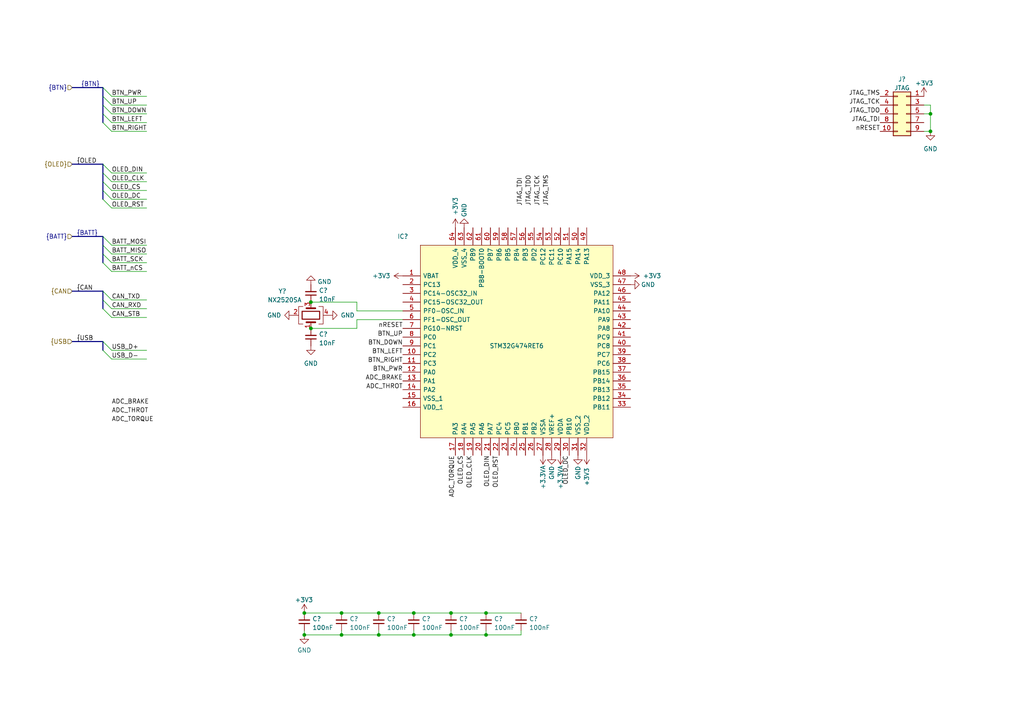
<source format=kicad_sch>
(kicad_sch (version 20211123) (generator eeschema)
  (paper "A4")
  (title_block (date "2022-05-26") (rev "v0.1") (company "Coilchain"))
  (lib_symbols
    (symbol "Connector_Generic:Conn_02x05_Odd_Even" (pin_names (offset 1.016) hide)
      (property "Reference" "J" (at 1.27 7.62 0))
      (property "Value" "Conn_02x05_Odd_Even" (at 1.27 -7.62 0))
      (symbol "Conn_02x05_Odd_Even_1_1"
        (rectangle (start -1.27 -4.953) (end 0 -5.207) (stroke (width 0.1524)))
        (rectangle (start -1.27 -2.413) (end 0 -2.667) (stroke (width 0.1524)))
        (rectangle (start -1.27 0.127) (end 0 -0.127) (stroke (width 0.1524)))
        (rectangle (start -1.27 2.667) (end 0 2.413) (stroke (width 0.1524)))
        (rectangle (start -1.27 5.207) (end 0 4.953) (stroke (width 0.1524)))
        (rectangle (start -1.27 6.35) (end 3.81 -6.35) (stroke (width 0.254)) (fill (type background)))
        (rectangle (start 3.81 -4.953) (end 2.54 -5.207) (stroke (width 0.1524)))
        (rectangle (start 3.81 -2.413) (end 2.54 -2.667) (stroke (width 0.1524)))
        (rectangle (start 3.81 0.127) (end 2.54 -0.127) (stroke (width 0.1524)))
        (rectangle (start 3.81 2.667) (end 2.54 2.413) (stroke (width 0.1524)))
        (rectangle (start 3.81 5.207) (end 2.54 4.953) (stroke (width 0.1524)))
        (pin passive line (at -5.08 5.08 0) (length 3.81) (name "Pin_1") (number "1"))
        (pin passive line (at 7.62 -5.08 180) (length 3.81) (name "Pin_10") (number "10"))
        (pin passive line (at 7.62 5.08 180) (length 3.81) (name "Pin_2") (number "2"))
        (pin passive line (at -5.08 2.54 0) (length 3.81) (name "Pin_3") (number "3"))
        (pin passive line (at 7.62 2.54 180) (length 3.81) (name "Pin_4") (number "4"))
        (pin passive line (at -5.08 0 0) (length 3.81) (name "Pin_5") (number "5"))
        (pin passive line (at 7.62 0 180) (length 3.81) (name "Pin_6") (number "6"))
        (pin passive line (at -5.08 -2.54 0) (length 3.81) (name "Pin_7") (number "7"))
        (pin passive line (at 7.62 -2.54 180) (length 3.81) (name "Pin_8") (number "8"))
        (pin passive line (at -5.08 -5.08 0) (length 3.81) (name "Pin_9") (number "9"))
      )
    )
    (symbol "Device:C_Small" (pin_numbers hide) (pin_names (offset 0.254) hide)
      (property "Reference" "C" (at 0.254 1.778 0))
      (property "Value" "C_Small" (at 0.254 -2.032 0))
      (symbol "C_Small_0_1"
        (polyline (pts (xy -1.524 -0.508) (xy 1.524 -0.508)) (stroke (width 0.3302)))
        (polyline (pts (xy -1.524 0.508) (xy 1.524 0.508)) (stroke (width 0.3048)))
      )
      (symbol "C_Small_1_1"
        (pin passive line (at 0 2.54 270) (length 2.032) (name "~") (number "1"))
        (pin passive line (at 0 -2.54 90) (length 2.032) (name "~") (number "2"))
      )
    )
    (symbol "Device:Crystal_GND24" (pin_names (offset 1.016) hide)
      (property "Reference" "Y" (at 3.175 5.08 0))
      (property "Value" "Crystal_GND24" (at 3.175 3.175 0))
      (symbol "Crystal_GND24_0_1"
        (rectangle (start -1.143 2.54) (end 1.143 -2.54) (stroke (width 0.3048)))
        (polyline (pts (xy -2.54 0) (xy -2.032 0)))
        (polyline (pts (xy -2.032 -1.27) (xy -2.032 1.27)) (stroke (width 0.508)))
        (polyline (pts (xy 0 -3.81) (xy 0 -3.556)))
        (polyline (pts (xy 0 3.556) (xy 0 3.81)))
        (polyline (pts (xy 2.032 -1.27) (xy 2.032 1.27)) (stroke (width 0.508)))
        (polyline (pts (xy 2.032 0) (xy 2.54 0)))
        (polyline (pts (xy -2.54 -2.286) (xy -2.54 -3.556) (xy 2.54 -3.556) (xy 2.54 -2.286)))
        (polyline (pts (xy -2.54 2.286) (xy -2.54 3.556) (xy 2.54 3.556) (xy 2.54 2.286)))
      )
      (symbol "Crystal_GND24_1_1"
        (pin passive line (at -3.81 0 0) (length 1.27) (name "1") (number "1"))
        (pin passive line (at 0 5.08 270) (length 1.27) (name "2") (number "2"))
        (pin passive line (at 3.81 0 180) (length 1.27) (name "3") (number "3"))
        (pin passive line (at 0 -5.08 90) (length 1.27) (name "4") (number "4"))
      )
    )
    (symbol "coilchain-mcu:STM32G474RET6" (pin_names (offset 0.762))
      (property "Reference" "IC?" (at -2.54 2.54 0))
      (property "Value" "STM32G474RET6" (at 26.67 -27.94 0))
      (symbol "STM32G474RET6_0_0"
        (pin passive line (at -5.08 -8.89 0) (length 5.08) (name "VBAT") (number "1"))
        (pin passive line (at -5.08 -31.75 0) (length 5.08) (name "PC2") (number "10"))
        (pin passive line (at -5.08 -34.29 0) (length 5.08) (name "PC3") (number "11"))
        (pin passive line (at -5.08 -36.83 0) (length 5.08) (name "PA0") (number "12"))
        (pin passive line (at -5.08 -39.37 0) (length 5.08) (name "PA1") (number "13"))
        (pin passive line (at -5.08 -41.91 0) (length 5.08) (name "PA2") (number "14"))
        (pin passive line (at -5.08 -44.45 0) (length 5.08) (name "VSS_1") (number "15"))
        (pin passive line (at -5.08 -46.99 0) (length 5.08) (name "VDD_1") (number "16"))
        (pin passive line (at 10.16 -60.96 90) (length 5.08) (name "PA3") (number "17"))
        (pin passive line (at 12.7 -60.96 90) (length 5.08) (name "PA4") (number "18"))
        (pin passive line (at 15.24 -60.96 90) (length 5.08) (name "PA5") (number "19"))
        (pin passive line (at -5.08 -11.43 0) (length 5.08) (name "PC13") (number "2"))
        (pin passive line (at 17.78 -60.96 90) (length 5.08) (name "PA6") (number "20"))
        (pin passive line (at 20.32 -60.96 90) (length 5.08) (name "PA7") (number "21"))
        (pin passive line (at 22.86 -60.96 90) (length 5.08) (name "PC4") (number "22"))
        (pin passive line (at 25.4 -60.96 90) (length 5.08) (name "PC5") (number "23"))
        (pin passive line (at 27.94 -60.96 90) (length 5.08) (name "PB0") (number "24"))
        (pin passive line (at 30.48 -60.96 90) (length 5.08) (name "PB1") (number "25"))
        (pin passive line (at 33.02 -60.96 90) (length 5.08) (name "PB2") (number "26"))
        (pin passive line (at 35.56 -60.96 90) (length 5.08) (name "VSSA") (number "27"))
        (pin passive line (at 38.1 -60.96 90) (length 5.08) (name "VREF+") (number "28"))
        (pin passive line (at 40.64 -60.96 90) (length 5.08) (name "VDDA") (number "29"))
        (pin passive line (at -5.08 -13.97 0) (length 5.08) (name "PC14-OSC32_IN") (number "3"))
        (pin passive line (at 43.18 -60.96 90) (length 5.08) (name "PB10") (number "30"))
        (pin passive line (at 45.72 -60.96 90) (length 5.08) (name "VSS_2") (number "31"))
        (pin passive line (at 48.26 -60.96 90) (length 5.08) (name "VDD_2") (number "32"))
        (pin passive line (at 60.96 -46.99 180) (length 5.08) (name "PB11") (number "33"))
        (pin passive line (at 60.96 -44.45 180) (length 5.08) (name "PB12") (number "34"))
        (pin passive line (at 60.96 -41.91 180) (length 5.08) (name "PB13") (number "35"))
        (pin passive line (at 60.96 -39.37 180) (length 5.08) (name "PB14") (number "36"))
        (pin passive line (at 60.96 -36.83 180) (length 5.08) (name "PB15") (number "37"))
        (pin passive line (at 60.96 -34.29 180) (length 5.08) (name "PC6") (number "38"))
        (pin passive line (at 60.96 -31.75 180) (length 5.08) (name "PC7") (number "39"))
        (pin passive line (at -5.08 -16.51 0) (length 5.08) (name "PC15-OSC32_OUT") (number "4"))
        (pin passive line (at 60.96 -29.21 180) (length 5.08) (name "PC8") (number "40"))
        (pin passive line (at 60.96 -26.67 180) (length 5.08) (name "PC9") (number "41"))
        (pin passive line (at 60.96 -24.13 180) (length 5.08) (name "PA8") (number "42"))
        (pin passive line (at 60.96 -21.59 180) (length 5.08) (name "PA9") (number "43"))
        (pin passive line (at 60.96 -19.05 180) (length 5.08) (name "PA10") (number "44"))
        (pin passive line (at 60.96 -16.51 180) (length 5.08) (name "PA11") (number "45"))
        (pin passive line (at 60.96 -13.97 180) (length 5.08) (name "PA12") (number "46"))
        (pin passive line (at 60.96 -11.43 180) (length 5.08) (name "VSS_3") (number "47"))
        (pin passive line (at 60.96 -8.89 180) (length 5.08) (name "VDD_3") (number "48"))
        (pin passive line (at 48.26 5.08 270) (length 5.08) (name "PA13") (number "49"))
        (pin passive line (at -5.08 -19.05 0) (length 5.08) (name "PF0-OSC_IN") (number "5"))
        (pin passive line (at 45.72 5.08 270) (length 5.08) (name "PA14") (number "50"))
        (pin passive line (at 43.18 5.08 270) (length 5.08) (name "PA15") (number "51"))
        (pin passive line (at 40.64 5.08 270) (length 5.08) (name "PC10") (number "52"))
        (pin passive line (at 38.1 5.08 270) (length 5.08) (name "PC11") (number "53"))
        (pin passive line (at 35.56 5.08 270) (length 5.08) (name "PC12") (number "54"))
        (pin passive line (at 33.02 5.08 270) (length 5.08) (name "PD2") (number "55"))
        (pin passive line (at 30.48 5.08 270) (length 5.08) (name "PB3") (number "56"))
        (pin passive line (at 27.94 5.08 270) (length 5.08) (name "PB4") (number "57"))
        (pin passive line (at 25.4 5.08 270) (length 5.08) (name "PB5") (number "58"))
        (pin passive line (at 22.86 5.08 270) (length 5.08) (name "PB6") (number "59"))
        (pin passive line (at -5.08 -21.59 0) (length 5.08) (name "PF1-OSC_OUT") (number "6"))
        (pin passive line (at 20.32 5.08 270) (length 5.08) (name "PB7") (number "60"))
        (pin passive line (at 17.78 5.08 270) (length 5.08) (name "PB8-BOOT0") (number "61"))
        (pin passive line (at 15.24 5.08 270) (length 5.08) (name "PB9") (number "62"))
        (pin passive line (at 12.7 5.08 270) (length 5.08) (name "VSS_4") (number "63"))
        (pin passive line (at 10.16 5.08 270) (length 5.08) (name "VDD_4") (number "64"))
        (pin passive line (at -5.08 -24.13 0) (length 5.08) (name "PG10-NRST") (number "7"))
        (pin passive line (at -5.08 -26.67 0) (length 5.08) (name "PC0") (number "8"))
        (pin passive line (at -5.08 -29.21 0) (length 5.08) (name "PC1") (number "9"))
      )
      (symbol "STM32G474RET6_0_1"
        (polyline (pts (xy 0 0) (xy 55.88 0) (xy 55.88 -55.88) (xy 0 -55.88) (xy 0 0)) (stroke (width 0.1524)) (fill (type background)))
      )
    )
    (symbol "power:+3.3V" (power) (pin_names (offset 0))
      (property "Value" "+3.3V" (at 0 3.556 0))
      (symbol "+3.3V_0_1"
        (polyline (pts (xy -0.762 1.27) (xy 0 2.54)))
        (polyline (pts (xy 0 0) (xy 0 2.54)))
        (polyline (pts (xy 0 2.54) (xy 0.762 1.27)))
      )
      (symbol "+3.3V_1_1"
        (pin power_in line (at 0 0 90) (length 0) hide (name "+3V3") (number "1"))
      )
    )
    (symbol "power:+3.3VA" (power) (pin_names (offset 0))
      (property "Value" "+3.3VA" (at 0 3.556 0))
      (symbol "+3.3VA_0_1"
        (polyline (pts (xy -0.762 1.27) (xy 0 2.54)))
        (polyline (pts (xy 0 0) (xy 0 2.54)))
        (polyline (pts (xy 0 2.54) (xy 0.762 1.27)))
      )
      (symbol "+3.3VA_1_1"
        (pin power_in line (at 0 0 90) (length 0) hide (name "+3.3VA") (number "1"))
      )
    )
    (symbol "power:GND" (power) (pin_names (offset 0))
      (property "Value" "GND" (at 0 -3.81 0))
      (symbol "GND_0_1"
        (polyline (pts (xy 0 0) (xy 0 -1.27) (xy 1.27 -1.27) (xy 0 -2.54) (xy -1.27 -1.27) (xy 0 -1.27)))
      )
      (symbol "GND_1_1"
        (pin power_in line (at 0 0 270) (length 0) hide (name "GND") (number "1"))
      )
    )
  )
  (bus_alias "OLED" (members "OLED_DIN" "OLED_CLK" "OLED_CS" "OLED_DC" "OLED_RST"))
  (junction (at 90.17 95.25))
  (junction (at 88.265 177.8))
  (junction (at 109.855 177.8))
  (junction (at 269.875 33.02))
  (junction (at 120.015 177.8))
  (junction (at 109.855 184.15))
  (junction (at 120.015 184.15))
  (junction (at 130.81 177.8))
  (junction (at 99.06 177.8))
  (junction (at 130.81 184.15))
  (junction (at 140.97 184.15))
  (junction (at 90.17 87.63))
  (junction (at 99.06 184.15))
  (junction (at 269.875 38.1))
  (junction (at 88.265 184.15))
  (junction (at 140.97 177.8))
  (bus_entry (at 29.845 68.58) (size 2.54 2.54))
  (bus_entry (at 29.845 101.6) (size 2.54 2.54))
  (bus_entry (at 29.845 25.4) (size 2.54 2.54))
  (bus_entry (at 29.845 50.165) (size 2.54 2.54))
  (bus_entry (at 29.845 99.06) (size 2.54 2.54))
  (bus_entry (at 29.845 86.995) (size 2.54 2.54))
  (bus_entry (at 29.845 76.2) (size 2.54 2.54))
  (bus_entry (at 29.845 27.94) (size 2.54 2.54))
  (bus_entry (at 29.845 84.455) (size 2.54 2.54))
  (bus_entry (at 29.845 30.48) (size 2.54 2.54))
  (bus_entry (at 29.845 55.245) (size 2.54 2.54))
  (bus_entry (at 29.845 71.12) (size 2.54 2.54))
  (bus_entry (at 29.845 73.66) (size 2.54 2.54))
  (bus_entry (at 29.845 52.705) (size 2.54 2.54))
  (bus_entry (at 29.845 35.56) (size 2.54 2.54))
  (bus_entry (at 29.845 57.785) (size 2.54 2.54))
  (bus_entry (at 29.845 89.535) (size 2.54 2.54))
  (bus_entry (at 29.845 33.02) (size 2.54 2.54))
  (bus_entry (at 29.845 47.625) (size 2.54 2.54))
  (wire (pts (xy 99.06 177.8) (xy 109.855 177.8)))
  (bus (pts (xy 29.845 52.705) (xy 29.845 55.245)))
  (wire (pts (xy 140.97 184.15) (xy 151.13 184.15)))
  (wire (pts (xy 130.81 184.15) (xy 140.97 184.15)))
  (bus (pts (xy 29.845 73.66) (xy 29.845 76.2)))
  (bus (pts (xy 29.845 71.12) (xy 29.845 73.66)))
  (wire (pts (xy 130.81 182.88) (xy 130.81 184.15)))
  (bus (pts (xy 20.955 47.625) (xy 29.845 47.625)))
  (wire (pts (xy 32.385 104.14) (xy 42.545 104.14)))
  (wire (pts (xy 32.385 35.56) (xy 42.545 35.56)))
  (bus (pts (xy 29.845 68.58) (xy 29.845 71.12)))
  (wire (pts (xy 99.06 182.88) (xy 99.06 184.15)))
  (bus (pts (xy 20.955 68.58) (xy 29.845 68.58)))
  (wire (pts (xy 103.505 95.25) (xy 90.17 95.25)))
  (wire (pts (xy 99.06 184.15) (xy 109.855 184.15)))
  (wire (pts (xy 103.505 87.63) (xy 90.17 87.63)))
  (bus (pts (xy 29.845 55.245) (xy 29.845 57.785)))
  (bus (pts (xy 29.845 99.06) (xy 29.845 101.6)))
  (wire (pts (xy 267.97 33.02) (xy 269.875 33.02)))
  (wire (pts (xy 32.385 38.1) (xy 42.545 38.1)))
  (bus (pts (xy 29.845 33.02) (xy 29.845 35.56)))
  (wire (pts (xy 269.875 30.48) (xy 269.875 33.02)))
  (wire (pts (xy 32.385 71.12) (xy 42.545 71.12)))
  (wire (pts (xy 32.385 55.245) (xy 42.545 55.245)))
  (wire (pts (xy 88.265 177.8) (xy 99.06 177.8)))
  (wire (pts (xy 32.385 73.66) (xy 42.545 73.66)))
  (bus (pts (xy 29.845 84.455) (xy 29.845 86.995)))
  (wire (pts (xy 267.97 30.48) (xy 269.875 30.48)))
  (wire (pts (xy 88.265 182.88) (xy 88.265 184.15)))
  (wire (pts (xy 269.875 38.1) (xy 267.97 38.1)))
  (wire (pts (xy 140.97 182.88) (xy 140.97 184.15)))
  (wire (pts (xy 32.385 57.785) (xy 42.545 57.785)))
  (wire (pts (xy 32.385 92.075) (xy 42.545 92.075)))
  (wire (pts (xy 109.855 184.15) (xy 120.015 184.15)))
  (wire (pts (xy 32.385 27.94) (xy 42.545 27.94)))
  (wire (pts (xy 120.015 177.8) (xy 130.81 177.8)))
  (bus (pts (xy 20.955 84.455) (xy 29.845 84.455)))
  (bus (pts (xy 20.955 99.06) (xy 29.845 99.06)))
  (wire (pts (xy 120.015 182.88) (xy 120.015 184.15)))
  (bus (pts (xy 29.845 30.48) (xy 29.845 33.02)))
  (wire (pts (xy 109.855 177.8) (xy 120.015 177.8)))
  (wire (pts (xy 116.84 92.71) (xy 103.505 92.71)))
  (wire (pts (xy 103.505 92.71) (xy 103.505 95.25)))
  (wire (pts (xy 140.97 177.8) (xy 151.13 177.8)))
  (wire (pts (xy 32.385 76.2) (xy 42.545 76.2)))
  (wire (pts (xy 32.385 33.02) (xy 42.545 33.02)))
  (wire (pts (xy 103.505 90.17) (xy 103.505 87.63)))
  (bus (pts (xy 29.845 47.625) (xy 29.845 50.165)))
  (bus (pts (xy 29.845 50.165) (xy 29.845 52.705)))
  (wire (pts (xy 32.385 101.6) (xy 42.545 101.6)))
  (wire (pts (xy 32.385 50.165) (xy 42.545 50.165)))
  (wire (pts (xy 32.385 78.74) (xy 42.545 78.74)))
  (bus (pts (xy 29.845 27.94) (xy 29.845 30.48)))
  (wire (pts (xy 120.015 184.15) (xy 130.81 184.15)))
  (bus (pts (xy 20.955 25.4) (xy 29.845 25.4)))
  (wire (pts (xy 109.855 182.88) (xy 109.855 184.15)))
  (wire (pts (xy 269.875 33.02) (xy 269.875 38.1)))
  (wire (pts (xy 32.385 30.48) (xy 42.545 30.48)))
  (wire (pts (xy 151.13 184.15) (xy 151.13 182.88)))
  (wire (pts (xy 88.265 184.15) (xy 99.06 184.15)))
  (bus (pts (xy 29.845 86.995) (xy 29.845 89.535)))
  (wire (pts (xy 32.385 89.535) (xy 42.545 89.535)))
  (wire (pts (xy 116.84 90.17) (xy 103.505 90.17)))
  (wire (pts (xy 130.81 177.8) (xy 140.97 177.8)))
  (wire (pts (xy 32.385 60.325) (xy 42.545 60.325)))
  (bus (pts (xy 29.845 25.4) (xy 29.845 27.94)))
  (wire (pts (xy 32.385 86.995) (xy 42.545 86.995)))
  (wire (pts (xy 32.385 52.705) (xy 42.545 52.705)))
  (label "CAN_STB" (at 32.385 92.075 0))
  (label "JTAG_TMS" (at 255.27 27.94 180))
  (label "nRESET" (at 116.84 95.25 180))
  (label "BATT_MOSI" (at 32.385 71.12 0))
  (label "ADC_BRAKE" (at 116.84 110.49 180))
  (label "OLED_RST" (at 144.78 132.08 270))
  (label "BTN_DOWN" (at 32.385 33.02 0))
  (label "BTN_RIGHT" (at 32.385 38.1 0))
  (label "ADC_BRAKE" (at 32.385 117.475 0))
  (label "JTAG_TDI" (at 151.765 59.69 90))
  (label "ADC_TORQUE" (at 32.385 122.555 0))
  (label "OLED_DC" (at 165.1 132.08 270))
  (label "{BATT}" (at 22.225 68.58 0))
  (label "JTAG_TDI" (at 255.27 35.56 180))
  (label "BTN_LEFT" (at 32.385 35.56 0))
  (label "JTAG_TCK" (at 255.27 30.48 180))
  (label "BTN_UP" (at 116.84 97.79 180))
  (label "CAN_TXD" (at 32.385 86.995 0))
  (label "CAN_RXD" (at 32.385 89.535 0))
  (label "BTN_PWR" (at 116.84 107.95 180))
  (label "{CAN" (at 22.225 84.455 0))
  (label "{OLED" (at 22.225 47.625 0))
  (label "BTN_UP" (at 32.385 30.48 0))
  (label "JTAG_TDO" (at 255.27 33.02 180))
  (label "BTN_DOWN" (at 116.84 100.33 180))
  (label "BTN_LEFT" (at 116.84 102.87 180))
  (label "OLED_DIN" (at 32.385 50.165 0))
  (label "BATT_MISO" (at 32.385 73.66 0))
  (label "BTN_PWR" (at 32.385 27.94 0))
  (label "JTAG_TDO" (at 154.305 59.69 90))
  (label "OLED_CS" (at 134.62 132.08 270))
  (label "OLED_CLK" (at 137.16 132.08 270))
  (label "{BTN}" (at 23.495 25.4 0))
  (label "JTAG_TCK" (at 156.845 59.69 90))
  (label "JTAG_TMS" (at 159.385 59.69 90))
  (label "BATT_SCK" (at 32.385 76.2 0))
  (label "BTN_RIGHT" (at 116.84 105.41 180))
  (label "OLED_RST" (at 32.385 60.325 0))
  (label "ADC_TORQUE" (at 132.08 132.08 270))
  (label "OLED_DC" (at 32.385 57.785 0))
  (label "ADC_THROT" (at 32.385 120.015 0))
  (label "nRESET" (at 255.27 38.1 180))
  (label "OLED_CS" (at 32.385 55.245 0))
  (label "{USB" (at 22.225 99.06 0))
  (label "ADC_THROT" (at 116.84 113.03 180))
  (label "USB_D-" (at 32.385 104.14 0))
  (label "USB_D+" (at 32.385 101.6 0))
  (label "OLED_DIN" (at 142.24 132.08 270))
  (label "BATT_nCS" (at 32.385 78.74 0))
  (label "OLED_CLK" (at 32.385 52.705 0))
  (hierarchical_label "{BATT}" (shape input) (at 20.955 68.58 180))
  (hierarchical_label "{BTN}" (shape input) (at 20.955 25.4 180))
  (hierarchical_label "{CAN" (shape input) (at 20.955 84.455 180))
  (hierarchical_label "{OLED}" (shape input) (at 20.955 47.625 180))
  (hierarchical_label "{USB" (shape input) (at 20.955 99.06 180))
  (symbol (lib_id "power:GND") (at 85.09 91.44 270) (unit 1)
    (property "Reference" "#PWR?" (effects hide))
    (property "Value" "GND" (at 77.47 91.44 90) (effects (justify left)))
  )
  (symbol (lib_id "power:+3.3VA") (at 162.56 132.08 180) (unit 1)
    (property "Reference" "#PWR?" (effects hide))
    (property "Value" "+3.3VA" (at 162.56 138.43 90))
  )
  (symbol (lib_id "coilchain-mcu:STM32G474RET6") (at 121.92 71.12 0) (unit 1)
    (property "Reference" "IC?" (at 116.84 68.58 0))
    (property "Value" "STM32G474RET6" (at 149.86 100.33 0))
    (property "Footprint" "QFP50P1200X1200X160-64N" (effects hide))
    (property "Datasheet" "https://www.st.com/resource/en/datasheet/stm32g474re.pdf" (effects hide))
    (property "Description" "ARM Microcontrollers - MCU" (effects hide))
    (property "Manufacturer_Name" "STMicroelectronics" (effects hide))
    (property "Manufacturer_Part_Number" "STM32G474RET6" (effects hide))
    (property "Mouser Part Number" "511-STM32G474RET6" (effects hide))
    (property "Mouser Price/Stock" "https://www.mouser.co.uk/ProductDetail/STMicroelectronics/STM32G474RET6?qs=PzGy0jfpSMvUBs7PMTDqlg%3D%3D" (effects hide))
    (property "Arrow Part Number" "STM32G474RET6" (effects hide))
    (property "Arrow Price/Stock" "https://www.arrow.com/en/products/stm32g474ret6/stmicroelectronics" (effects hide))
  )
  (symbol (lib_id "power:+3.3V") (at 170.18 132.08 180) (unit 1)
    (property "Reference" "#PWR?" (effects hide))
    (property "Value" "+3.3V" (at 170.18 140.97 90) (effects (justify right)))
  )
  (symbol (lib_id "power:+3.3V") (at 116.84 80.01 90) (unit 1)
    (property "Reference" "#PWR?" (effects hide))
    (property "Value" "+3.3V" (at 107.95 80.01 90) (effects (justify right)))
  )
  (symbol (lib_id "Device:C_Small") (at 151.13 180.34 180) (unit 1)
    (property "Reference" "C?" (at 153.4541 179.4989 0) (effects (justify right)))
    (property "Value" "100nF" (at 153.4541 182.0358 0) (effects (justify right)))
    (property "Footprint" "Capacitor_SMD:C_0402_1005Metric_Pad0.74x0.62mm_HandSolder" (effects hide))
  )
  (symbol (lib_id "power:GND") (at 90.17 100.33 0) (unit 1)
    (property "Reference" "#PWR?" (effects hide))
    (property "Value" "GND" (at 90.17 105.41 0))
  )
  (symbol (lib_id "Device:C_Small") (at 120.015 180.34 180) (unit 1)
    (property "Reference" "C?" (at 122.3391 179.4989 0) (effects (justify right)))
    (property "Value" "100nF" (at 122.3391 182.0358 0) (effects (justify right)))
    (property "Footprint" "Capacitor_SMD:C_0402_1005Metric_Pad0.74x0.62mm_HandSolder" (effects hide))
  )
  (symbol (lib_id "Connector_Generic:Conn_02x05_Odd_Even") (at 262.89 33.02 0) (mirror y) (unit 1)
    (property "Reference" "J?" (at 261.62 22.9702 0))
    (property "Value" "JTAG" (at 261.62 25.5071 0))
    (property "Footprint" "Connector_PinHeader_1.27mm:PinHeader_2x05_P1.27mm_Vertical_SMD" (effects hide))
  )
  (symbol (lib_id "power:GND") (at 90.17 82.55 180) (unit 1)
    (property "Reference" "#PWR?" (effects hide))
    (property "Value" "GND" (at 92.075 81.7138 0) (effects (justify right)))
  )
  (symbol (lib_id "power:+3.3V") (at 132.08 66.04 0) (unit 1)
    (property "Reference" "#PWR?" (effects hide))
    (property "Value" "+3.3V" (at 132.08 57.15 90) (effects (justify right)))
  )
  (symbol (lib_id "Device:C_Small") (at 88.265 180.34 180) (unit 1)
    (property "Reference" "C?" (at 90.5891 179.4989 0) (effects (justify right)))
    (property "Value" "100nF" (at 90.5891 182.0358 0) (effects (justify right)))
    (property "Footprint" "Capacitor_SMD:C_0402_1005Metric_Pad0.74x0.62mm_HandSolder" (effects hide))
  )
  (symbol (lib_id "power:GND") (at 88.265 184.15 0) (unit 1)
    (property "Reference" "#PWR?" (effects hide))
    (property "Value" "GND" (at 88.265 188.595 0))
  )
  (symbol (lib_id "power:+3.3V") (at 267.97 27.94 0) (mirror y) (unit 1)
    (property "Reference" "#PWR?" (effects hide))
    (property "Value" "+3.3V" (at 265.43 24.13 0) (effects (justify right)))
  )
  (symbol (lib_id "Device:C_Small") (at 140.97 180.34 180) (unit 1)
    (property "Reference" "C?" (at 143.2941 179.4989 0) (effects (justify right)))
    (property "Value" "100nF" (at 143.2941 182.0358 0) (effects (justify right)))
    (property "Footprint" "Capacitor_SMD:C_0402_1005Metric_Pad0.74x0.62mm_HandSolder" (effects hide))
  )
  (symbol (lib_id "power:GND") (at 160.02 132.08 0) (unit 1)
    (property "Reference" "#PWR?" (effects hide))
    (property "Value" "GND" (at 160.02 137.16 90))
  )
  (symbol (lib_id "Device:C_Small") (at 90.17 97.79 180) (unit 1)
    (property "Reference" "C?" (at 92.4941 96.9489 0) (effects (justify right)))
    (property "Value" "10nF" (at 92.4941 99.4858 0) (effects (justify right)))
    (property "Footprint" "Capacitor_SMD:C_0402_1005Metric_Pad0.74x0.62mm_HandSolder" (effects hide))
  )
  (symbol (lib_id "power:+3.3VA") (at 157.48 132.08 180) (unit 1)
    (property "Reference" "#PWR?" (effects hide))
    (property "Value" "+3.3VA" (at 157.48 138.43 90))
  )
  (symbol (lib_id "power:+3.3V") (at 182.88 80.01 270) (unit 1)
    (property "Reference" "#PWR?" (effects hide))
    (property "Value" "+3.3V" (at 191.77 80.01 90) (effects (justify right)))
  )
  (symbol (lib_id "Device:C_Small") (at 109.855 180.34 180) (unit 1)
    (property "Reference" "C?" (at 112.1791 179.4989 0) (effects (justify right)))
    (property "Value" "100nF" (at 112.1791 182.0358 0) (effects (justify right)))
    (property "Footprint" "Capacitor_SMD:C_0402_1005Metric_Pad0.74x0.62mm_HandSolder" (effects hide))
  )
  (symbol (lib_id "power:GND") (at 269.875 38.1 0) (mirror y) (unit 1)
    (property "Reference" "#PWR?" (effects hide))
    (property "Value" "GND" (at 269.875 43.18 0))
  )
  (symbol (lib_id "Device:C_Small") (at 90.17 85.09 180) (unit 1)
    (property "Reference" "C?" (at 92.4941 84.2489 0) (effects (justify right)))
    (property "Value" "10nF" (at 92.4941 86.7858 0) (effects (justify right)))
    (property "Footprint" "Capacitor_SMD:C_0402_1005Metric_Pad0.74x0.62mm_HandSolder" (effects hide))
  )
  (symbol (lib_id "power:GND") (at 95.25 91.44 90) (unit 1)
    (property "Reference" "#PWR?" (effects hide))
    (property "Value" "GND" (at 102.87 91.44 90) (effects (justify left)))
  )
  (symbol (lib_id "power:+3.3V") (at 88.265 177.8 0) (unit 1)
    (property "Reference" "#PWR?" (effects hide))
    (property "Value" "+3.3V" (at 90.805 173.99 0) (effects (justify right)))
  )
  (symbol (lib_id "power:GND") (at 167.64 132.08 0) (unit 1)
    (property "Reference" "#PWR?" (effects hide))
    (property "Value" "GND" (at 167.64 137.16 90))
  )
  (symbol (lib_id "Device:C_Small") (at 130.81 180.34 180) (unit 1)
    (property "Reference" "C?" (at 133.1341 179.4989 0) (effects (justify right)))
    (property "Value" "100nF" (at 133.1341 182.0358 0) (effects (justify right)))
    (property "Footprint" "Capacitor_SMD:C_0402_1005Metric_Pad0.74x0.62mm_HandSolder" (effects hide))
  )
  (symbol (lib_id "Device:C_Small") (at 99.06 180.34 180) (unit 1)
    (property "Reference" "C?" (at 101.3841 179.4989 0) (effects (justify right)))
    (property "Value" "100nF" (at 101.3841 182.0358 0) (effects (justify right)))
    (property "Footprint" "Capacitor_SMD:C_0402_1005Metric_Pad0.74x0.62mm_HandSolder" (effects hide))
  )
  (symbol (lib_id "power:GND") (at 182.88 82.55 90) (unit 1)
    (property "Reference" "#PWR?" (effects hide))
    (property "Value" "GND" (at 187.96 82.55 90))
  )
  (symbol (lib_id "Device:Crystal_GND24") (at 90.17 91.44 90) (unit 1)
    (property "Reference" "Y?" (at 81.915 84.455 90))
    (property "Value" "NX2520SA" (at 82.55 86.995 90))
  )
  (symbol (lib_id "power:GND") (at 134.62 66.04 180) (unit 1)
    (property "Reference" "#PWR?" (effects hide))
    (property "Value" "GND" (at 134.62 60.96 90))
  )
)
</source>
